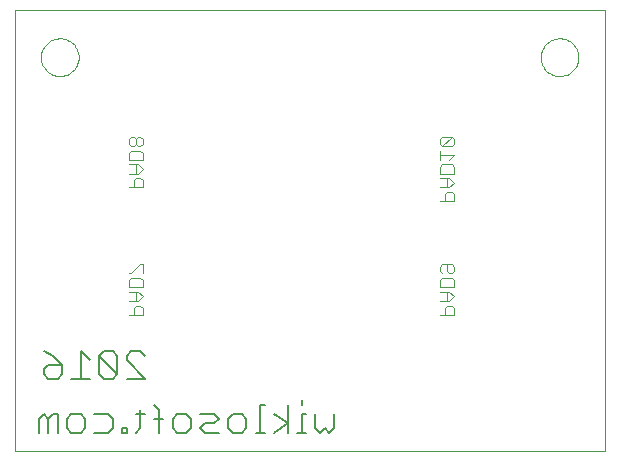
<source format=gbo>
G75*
%MOIN*%
%OFA0B0*%
%FSLAX24Y24*%
%IPPOS*%
%LPD*%
%AMOC8*
5,1,8,0,0,1.08239X$1,22.5*
%
%ADD10C,0.0000*%
%ADD11C,0.0080*%
%ADD12C,0.0040*%
D10*
X000180Y000180D02*
X000180Y014865D01*
X019865Y014865D01*
X019865Y000180D01*
X000180Y000180D01*
X001050Y013305D02*
X001052Y013355D01*
X001058Y013405D01*
X001068Y013454D01*
X001082Y013502D01*
X001099Y013549D01*
X001120Y013594D01*
X001145Y013638D01*
X001173Y013679D01*
X001205Y013718D01*
X001239Y013755D01*
X001276Y013789D01*
X001316Y013819D01*
X001358Y013846D01*
X001402Y013870D01*
X001448Y013891D01*
X001495Y013907D01*
X001543Y013920D01*
X001593Y013929D01*
X001642Y013934D01*
X001693Y013935D01*
X001743Y013932D01*
X001792Y013925D01*
X001841Y013914D01*
X001889Y013899D01*
X001935Y013881D01*
X001980Y013859D01*
X002023Y013833D01*
X002064Y013804D01*
X002103Y013772D01*
X002139Y013737D01*
X002171Y013699D01*
X002201Y013659D01*
X002228Y013616D01*
X002251Y013572D01*
X002270Y013526D01*
X002286Y013478D01*
X002298Y013429D01*
X002306Y013380D01*
X002310Y013330D01*
X002310Y013280D01*
X002306Y013230D01*
X002298Y013181D01*
X002286Y013132D01*
X002270Y013084D01*
X002251Y013038D01*
X002228Y012994D01*
X002201Y012951D01*
X002171Y012911D01*
X002139Y012873D01*
X002103Y012838D01*
X002064Y012806D01*
X002023Y012777D01*
X001980Y012751D01*
X001935Y012729D01*
X001889Y012711D01*
X001841Y012696D01*
X001792Y012685D01*
X001743Y012678D01*
X001693Y012675D01*
X001642Y012676D01*
X001593Y012681D01*
X001543Y012690D01*
X001495Y012703D01*
X001448Y012719D01*
X001402Y012740D01*
X001358Y012764D01*
X001316Y012791D01*
X001276Y012821D01*
X001239Y012855D01*
X001205Y012892D01*
X001173Y012931D01*
X001145Y012972D01*
X001120Y013016D01*
X001099Y013061D01*
X001082Y013108D01*
X001068Y013156D01*
X001058Y013205D01*
X001052Y013255D01*
X001050Y013305D01*
X017710Y013305D02*
X017712Y013355D01*
X017718Y013405D01*
X017728Y013454D01*
X017742Y013502D01*
X017759Y013549D01*
X017780Y013594D01*
X017805Y013638D01*
X017833Y013679D01*
X017865Y013718D01*
X017899Y013755D01*
X017936Y013789D01*
X017976Y013819D01*
X018018Y013846D01*
X018062Y013870D01*
X018108Y013891D01*
X018155Y013907D01*
X018203Y013920D01*
X018253Y013929D01*
X018302Y013934D01*
X018353Y013935D01*
X018403Y013932D01*
X018452Y013925D01*
X018501Y013914D01*
X018549Y013899D01*
X018595Y013881D01*
X018640Y013859D01*
X018683Y013833D01*
X018724Y013804D01*
X018763Y013772D01*
X018799Y013737D01*
X018831Y013699D01*
X018861Y013659D01*
X018888Y013616D01*
X018911Y013572D01*
X018930Y013526D01*
X018946Y013478D01*
X018958Y013429D01*
X018966Y013380D01*
X018970Y013330D01*
X018970Y013280D01*
X018966Y013230D01*
X018958Y013181D01*
X018946Y013132D01*
X018930Y013084D01*
X018911Y013038D01*
X018888Y012994D01*
X018861Y012951D01*
X018831Y012911D01*
X018799Y012873D01*
X018763Y012838D01*
X018724Y012806D01*
X018683Y012777D01*
X018640Y012751D01*
X018595Y012729D01*
X018549Y012711D01*
X018501Y012696D01*
X018452Y012685D01*
X018403Y012678D01*
X018353Y012675D01*
X018302Y012676D01*
X018253Y012681D01*
X018203Y012690D01*
X018155Y012703D01*
X018108Y012719D01*
X018062Y012740D01*
X018018Y012764D01*
X017976Y012791D01*
X017936Y012821D01*
X017899Y012855D01*
X017865Y012892D01*
X017833Y012931D01*
X017805Y012972D01*
X017780Y013016D01*
X017759Y013061D01*
X017742Y013108D01*
X017728Y013156D01*
X017718Y013205D01*
X017712Y013255D01*
X017710Y013305D01*
D11*
X004523Y003362D02*
X004370Y003516D01*
X004063Y003516D01*
X003909Y003362D01*
X003909Y003209D01*
X004523Y002595D01*
X003909Y002595D01*
X003602Y002748D02*
X002989Y003362D01*
X002989Y002748D01*
X003142Y002595D01*
X003449Y002595D01*
X003602Y002748D01*
X003602Y003362D01*
X003449Y003516D01*
X003142Y003516D01*
X002989Y003362D01*
X002682Y003209D02*
X002375Y003516D01*
X002375Y002595D01*
X002682Y002595D02*
X002068Y002595D01*
X001761Y002748D02*
X001607Y002595D01*
X001300Y002595D01*
X001147Y002748D01*
X001147Y002902D01*
X001300Y003055D01*
X001761Y003055D01*
X001761Y002748D01*
X001761Y003055D02*
X001454Y003362D01*
X001147Y003516D01*
X001147Y001409D02*
X000993Y001255D01*
X000993Y000795D01*
X001300Y000795D02*
X001300Y001255D01*
X001147Y001409D01*
X001300Y001255D02*
X001454Y001409D01*
X001607Y001409D01*
X001607Y000795D01*
X001914Y000948D02*
X002068Y000795D01*
X002374Y000795D01*
X002528Y000948D01*
X002528Y001255D01*
X002374Y001409D01*
X002068Y001409D01*
X001914Y001255D01*
X001914Y000948D01*
X002835Y000795D02*
X003295Y000795D01*
X003449Y000948D01*
X003449Y001255D01*
X003295Y001409D01*
X002835Y001409D01*
X003756Y000948D02*
X003756Y000795D01*
X003909Y000795D01*
X003909Y000948D01*
X003756Y000948D01*
X004216Y000795D02*
X004369Y000948D01*
X004369Y001562D01*
X004216Y001409D02*
X004523Y001409D01*
X004830Y001255D02*
X005137Y001255D01*
X005444Y001255D02*
X005444Y000948D01*
X005597Y000795D01*
X005904Y000795D01*
X006058Y000948D01*
X006058Y001255D01*
X005904Y001409D01*
X005597Y001409D01*
X005444Y001255D01*
X004983Y001562D02*
X004983Y000795D01*
X004983Y001562D02*
X004830Y001716D01*
X006365Y001409D02*
X006825Y001409D01*
X006978Y001255D01*
X006825Y001102D01*
X006518Y001102D01*
X006365Y000948D01*
X006518Y000795D01*
X006978Y000795D01*
X007285Y000948D02*
X007285Y001255D01*
X007439Y001409D01*
X007746Y001409D01*
X007899Y001255D01*
X007899Y000948D01*
X007746Y000795D01*
X007439Y000795D01*
X007285Y000948D01*
X008206Y000795D02*
X008513Y000795D01*
X008360Y000795D02*
X008360Y001716D01*
X008513Y001716D01*
X008820Y001409D02*
X009280Y001102D01*
X008820Y000795D01*
X009280Y000795D02*
X009280Y001716D01*
X009741Y001716D02*
X009741Y001869D01*
X009741Y001409D02*
X009741Y000795D01*
X009894Y000795D02*
X009587Y000795D01*
X010201Y000948D02*
X010201Y001409D01*
X009894Y001409D02*
X009741Y001409D01*
X010201Y000948D02*
X010355Y000795D01*
X010508Y000948D01*
X010662Y000795D01*
X010815Y000948D01*
X010815Y001409D01*
D12*
X014359Y004718D02*
X014820Y004718D01*
X014820Y004948D01*
X014743Y005025D01*
X014590Y005025D01*
X014513Y004948D01*
X014513Y004718D01*
X014590Y005178D02*
X014590Y005485D01*
X014666Y005485D02*
X014359Y005485D01*
X014359Y005638D02*
X014359Y005869D01*
X014436Y005945D01*
X014743Y005945D01*
X014820Y005869D01*
X014820Y005638D01*
X014359Y005638D01*
X014666Y005485D02*
X014820Y005332D01*
X014666Y005178D01*
X014359Y005178D01*
X014436Y006099D02*
X014359Y006176D01*
X014359Y006329D01*
X014436Y006406D01*
X014743Y006406D01*
X014820Y006329D01*
X014820Y006176D01*
X014743Y006099D01*
X014666Y006099D01*
X014590Y006176D01*
X014590Y006406D01*
X014513Y008507D02*
X014513Y008737D01*
X014590Y008814D01*
X014743Y008814D01*
X014820Y008737D01*
X014820Y008507D01*
X014359Y008507D01*
X014359Y008968D02*
X014666Y008968D01*
X014820Y009121D01*
X014666Y009275D01*
X014359Y009275D01*
X014359Y009428D02*
X014359Y009658D01*
X014436Y009735D01*
X014743Y009735D01*
X014820Y009658D01*
X014820Y009428D01*
X014359Y009428D01*
X014590Y009275D02*
X014590Y008968D01*
X014666Y009888D02*
X014820Y010042D01*
X014359Y010042D01*
X014359Y010195D02*
X014359Y009888D01*
X014436Y010349D02*
X014359Y010426D01*
X014359Y010579D01*
X014436Y010656D01*
X014743Y010656D01*
X014436Y010349D01*
X014743Y010349D01*
X014820Y010426D01*
X014820Y010579D01*
X014743Y010656D01*
X004445Y010579D02*
X004445Y010426D01*
X004368Y010349D01*
X004291Y010349D01*
X004215Y010426D01*
X004215Y010579D01*
X004138Y010656D01*
X004061Y010656D01*
X003984Y010579D01*
X003984Y010426D01*
X004061Y010349D01*
X004138Y010349D01*
X004215Y010426D01*
X004215Y010579D02*
X004291Y010656D01*
X004368Y010656D01*
X004445Y010579D01*
X004368Y010195D02*
X004061Y010195D01*
X003984Y010119D01*
X003984Y009888D01*
X004445Y009888D01*
X004445Y010119D01*
X004368Y010195D01*
X004291Y009735D02*
X003984Y009735D01*
X004215Y009735D02*
X004215Y009428D01*
X004291Y009428D02*
X004445Y009582D01*
X004291Y009735D01*
X004291Y009428D02*
X003984Y009428D01*
X004138Y009198D02*
X004138Y008968D01*
X003984Y008968D02*
X004445Y008968D01*
X004445Y009198D01*
X004368Y009275D01*
X004215Y009275D01*
X004138Y009198D01*
X004368Y006406D02*
X004061Y006099D01*
X003984Y006099D01*
X004061Y005945D02*
X004368Y005945D01*
X004445Y005869D01*
X004445Y005638D01*
X003984Y005638D01*
X003984Y005869D01*
X004061Y005945D01*
X004445Y006099D02*
X004445Y006406D01*
X004368Y006406D01*
X004291Y005485D02*
X003984Y005485D01*
X004215Y005485D02*
X004215Y005178D01*
X004291Y005178D02*
X004445Y005332D01*
X004291Y005485D01*
X004291Y005178D02*
X003984Y005178D01*
X004138Y004948D02*
X004138Y004718D01*
X003984Y004718D02*
X004445Y004718D01*
X004445Y004948D01*
X004368Y005025D01*
X004215Y005025D01*
X004138Y004948D01*
M02*

</source>
